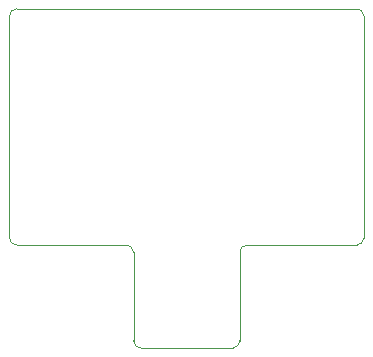
<source format=gbr>
%TF.GenerationSoftware,KiCad,Pcbnew,(6.0.4)*%
%TF.CreationDate,2022-07-20T20:12:39-04:00*%
%TF.ProjectId,Palette_Chip_KiCAD,50616c65-7474-4655-9f43-6869705f4b69,rev?*%
%TF.SameCoordinates,Original*%
%TF.FileFunction,Profile,NP*%
%FSLAX46Y46*%
G04 Gerber Fmt 4.6, Leading zero omitted, Abs format (unit mm)*
G04 Created by KiCad (PCBNEW (6.0.4)) date 2022-07-20 20:12:39*
%MOMM*%
%LPD*%
G01*
G04 APERTURE LIST*
%TA.AperFunction,Profile*%
%ADD10C,0.100000*%
%TD*%
G04 APERTURE END LIST*
D10*
X143420000Y-106630000D02*
X139520000Y-106630000D01*
X129020000Y-77920000D02*
X157820000Y-77920000D01*
X128420000Y-97320000D02*
X128420000Y-78520000D01*
X138920000Y-106030000D02*
X138920000Y-98520000D01*
X147920000Y-98520000D02*
X147920000Y-106030000D01*
X138320000Y-97920000D02*
X129020000Y-97920000D01*
X158420000Y-78520000D02*
X158420000Y-97320000D01*
X158420000Y-78520000D02*
G75*
G03*
X157820000Y-77920000I-600000J0D01*
G01*
X147320000Y-106630000D02*
X143420000Y-106630000D01*
X157820000Y-97920000D02*
X148520000Y-97920000D01*
X148520000Y-97920000D02*
G75*
G03*
X147920000Y-98520000I0J-600000D01*
G01*
X157820000Y-97920000D02*
G75*
G03*
X158420000Y-97320000I0J600000D01*
G01*
X129020000Y-77920000D02*
G75*
G03*
X128420000Y-78520000I0J-600000D01*
G01*
X128420000Y-97320000D02*
G75*
G03*
X129020000Y-97920000I600000J0D01*
G01*
X147320000Y-106630000D02*
G75*
G03*
X147920000Y-106030000I0J600000D01*
G01*
X138920000Y-98520000D02*
G75*
G03*
X138320000Y-97920000I-600000J0D01*
G01*
X138920000Y-106030000D02*
G75*
G03*
X139520000Y-106630000I600000J0D01*
G01*
M02*

</source>
